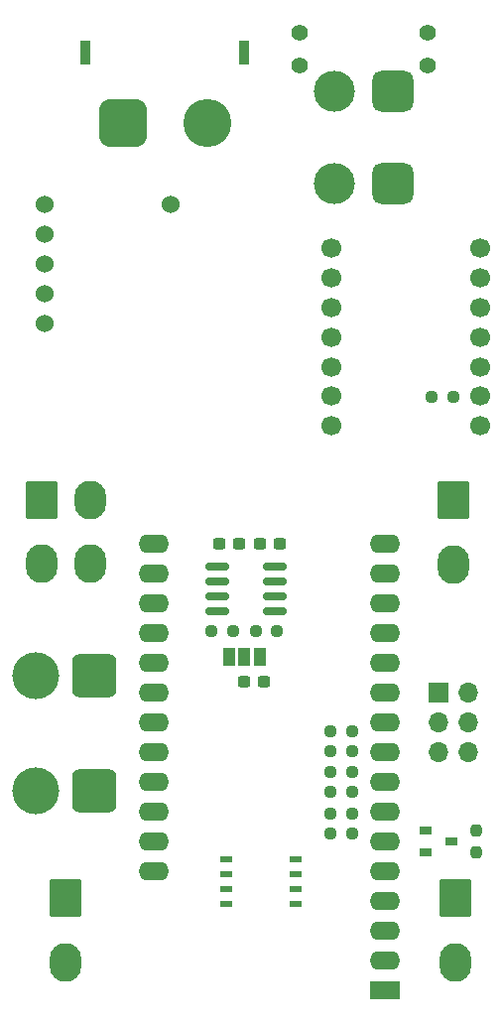
<source format=gbs>
G04 #@! TF.GenerationSoftware,KiCad,Pcbnew,8.0.7*
G04 #@! TF.CreationDate,2025-01-20T10:56:57-06:00*
G04 #@! TF.ProjectId,Digit,44696769-742e-46b6-9963-61645f706362,1.2*
G04 #@! TF.SameCoordinates,Original*
G04 #@! TF.FileFunction,Soldermask,Bot*
G04 #@! TF.FilePolarity,Negative*
%FSLAX46Y46*%
G04 Gerber Fmt 4.6, Leading zero omitted, Abs format (unit mm)*
G04 Created by KiCad (PCBNEW 8.0.7) date 2025-01-20 10:56:57*
%MOMM*%
%LPD*%
G01*
G04 APERTURE LIST*
G04 Aperture macros list*
%AMRoundRect*
0 Rectangle with rounded corners*
0 $1 Rounding radius*
0 $2 $3 $4 $5 $6 $7 $8 $9 X,Y pos of 4 corners*
0 Add a 4 corners polygon primitive as box body*
4,1,4,$2,$3,$4,$5,$6,$7,$8,$9,$2,$3,0*
0 Add four circle primitives for the rounded corners*
1,1,$1+$1,$2,$3*
1,1,$1+$1,$4,$5*
1,1,$1+$1,$6,$7*
1,1,$1+$1,$8,$9*
0 Add four rect primitives between the rounded corners*
20,1,$1+$1,$2,$3,$4,$5,0*
20,1,$1+$1,$4,$5,$6,$7,0*
20,1,$1+$1,$6,$7,$8,$9,0*
20,1,$1+$1,$8,$9,$2,$3,0*%
G04 Aperture macros list end*
%ADD10R,1.000000X1.500000*%
%ADD11C,1.700000*%
%ADD12RoundRect,0.250000X1.050000X0.550000X-1.050000X0.550000X-1.050000X-0.550000X1.050000X-0.550000X0*%
%ADD13O,2.600000X1.600000*%
%ADD14RoundRect,0.760000X1.140000X1.140000X-1.140000X1.140000X-1.140000X-1.140000X1.140000X-1.140000X0*%
%ADD15C,4.000000*%
%ADD16R,0.900000X2.000000*%
%ADD17RoundRect,1.025000X-1.025000X-1.025000X1.025000X-1.025000X1.025000X1.025000X-1.025000X1.025000X0*%
%ADD18C,4.100000*%
%ADD19RoundRect,0.250001X-1.099999X-1.399999X1.099999X-1.399999X1.099999X1.399999X-1.099999X1.399999X0*%
%ADD20O,2.700000X3.300000*%
%ADD21R,1.700000X1.700000*%
%ADD22O,1.700000X1.700000*%
%ADD23C,1.524000*%
%ADD24C,1.400000*%
%ADD25RoundRect,0.770000X-0.980000X-0.980000X0.980000X-0.980000X0.980000X0.980000X-0.980000X0.980000X0*%
%ADD26C,3.500000*%
%ADD27RoundRect,0.052080X-0.429920X-0.319920X0.429920X-0.319920X0.429920X0.319920X-0.429920X0.319920X0*%
%ADD28R,1.016000X0.482600*%
%ADD29RoundRect,0.237500X-0.250000X-0.237500X0.250000X-0.237500X0.250000X0.237500X-0.250000X0.237500X0*%
%ADD30RoundRect,0.237500X0.300000X0.237500X-0.300000X0.237500X-0.300000X-0.237500X0.300000X-0.237500X0*%
%ADD31RoundRect,0.237500X-0.300000X-0.237500X0.300000X-0.237500X0.300000X0.237500X-0.300000X0.237500X0*%
%ADD32RoundRect,0.237500X0.250000X0.237500X-0.250000X0.237500X-0.250000X-0.237500X0.250000X-0.237500X0*%
%ADD33RoundRect,0.770000X0.980000X0.980000X-0.980000X0.980000X-0.980000X-0.980000X0.980000X-0.980000X0*%
%ADD34RoundRect,0.237500X-0.237500X0.250000X-0.237500X-0.250000X0.237500X-0.250000X0.237500X0.250000X0*%
%ADD35RoundRect,0.150000X-0.825000X-0.150000X0.825000X-0.150000X0.825000X0.150000X-0.825000X0.150000X0*%
G04 APERTURE END LIST*
D10*
X46590000Y-90320000D03*
X45290000Y-90320000D03*
X43990000Y-90320000D03*
D11*
X52740000Y-55440000D03*
X52740000Y-57980000D03*
X52740000Y-60520000D03*
X52740000Y-63060000D03*
X52740000Y-65600000D03*
X52740000Y-68130000D03*
X52740000Y-70670000D03*
X65400000Y-55440000D03*
X65400000Y-57980000D03*
X65400000Y-60520000D03*
X65400000Y-63060000D03*
X65400000Y-65600000D03*
X65400000Y-68130000D03*
X65400000Y-70670000D03*
D12*
X57270000Y-118805000D03*
D13*
X57270000Y-116265000D03*
X57270000Y-113725000D03*
X57270000Y-111185000D03*
X57270000Y-108645000D03*
X57270000Y-106105000D03*
X57270000Y-103565000D03*
X57270000Y-101025000D03*
X57270000Y-98485000D03*
X57270000Y-95945000D03*
X57270000Y-93405000D03*
X57270000Y-90865000D03*
X57270000Y-88325000D03*
X57270000Y-85785000D03*
X57270000Y-83245000D03*
X57270000Y-80705000D03*
X37550000Y-80705000D03*
X37550000Y-83245000D03*
X37550000Y-85785000D03*
X37550000Y-88325000D03*
X37550000Y-90865000D03*
X37550000Y-93405000D03*
X37550000Y-95945000D03*
X37550000Y-98485000D03*
X37550000Y-101025000D03*
X37550000Y-103565000D03*
X37550000Y-106105000D03*
X37550000Y-108645000D03*
D14*
X32500000Y-92000000D03*
D15*
X27500000Y-92000000D03*
D16*
X31750000Y-38800000D03*
X45250000Y-38800000D03*
D17*
X34900000Y-44800000D03*
D18*
X42100000Y-44800000D03*
D19*
X63170000Y-77000000D03*
D20*
X63170000Y-82500000D03*
D21*
X61889564Y-93366282D03*
D22*
X64429564Y-93366282D03*
X61889564Y-95906282D03*
X64429564Y-95906282D03*
X61889564Y-98446282D03*
X64429564Y-98446282D03*
D23*
X28270000Y-51770000D03*
X28270000Y-54310000D03*
X28270000Y-56850000D03*
X28270000Y-59390000D03*
X28270000Y-61930000D03*
X38960000Y-51770000D03*
D14*
X32460000Y-101810000D03*
D15*
X27460000Y-101810000D03*
D19*
X63270000Y-110955000D03*
D20*
X63270000Y-116455000D03*
D19*
X30060000Y-110900000D03*
D20*
X30060000Y-116400000D03*
D24*
X49970000Y-39940000D03*
X60970000Y-39940000D03*
D25*
X57970000Y-49940000D03*
D26*
X52970000Y-49940000D03*
D19*
X27970000Y-76940000D03*
D20*
X32170000Y-76940000D03*
X27970000Y-82440000D03*
X32170000Y-82440000D03*
D27*
X60785000Y-107055000D03*
X60785000Y-105155000D03*
X62955000Y-106105000D03*
D28*
X43753600Y-111405000D03*
X43753600Y-110135000D03*
X43753600Y-108865000D03*
X43753600Y-107595000D03*
X49646400Y-107595000D03*
X49646400Y-108865000D03*
X49646400Y-110135000D03*
X49646400Y-111405000D03*
D29*
X46267500Y-88170000D03*
X48092500Y-88170000D03*
D30*
X47002500Y-92510000D03*
X45277500Y-92510000D03*
D29*
X52657500Y-103705000D03*
X54482500Y-103705000D03*
D31*
X46627500Y-80740000D03*
X48352500Y-80740000D03*
D29*
X61307500Y-68205000D03*
X63132500Y-68205000D03*
D32*
X54482500Y-96705000D03*
X52657500Y-96705000D03*
D24*
X60970000Y-37090000D03*
X49970000Y-37090000D03*
D33*
X57970000Y-42090000D03*
D26*
X52970000Y-42090000D03*
D34*
X65070000Y-105192500D03*
X65070000Y-107017500D03*
D29*
X42497500Y-88180000D03*
X44322500Y-88180000D03*
D32*
X54482500Y-101905000D03*
X52657500Y-101905000D03*
D29*
X52657500Y-98405000D03*
X54482500Y-98405000D03*
D31*
X43157500Y-80730000D03*
X44882500Y-80730000D03*
D29*
X52657500Y-100205000D03*
X54482500Y-100205000D03*
D35*
X42970000Y-86460000D03*
X42970000Y-85190000D03*
X42970000Y-83920000D03*
X42970000Y-82650000D03*
X47920000Y-82650000D03*
X47920000Y-83920000D03*
X47920000Y-85190000D03*
X47920000Y-86460000D03*
D32*
X54470000Y-105405000D03*
X52645000Y-105405000D03*
M02*

</source>
